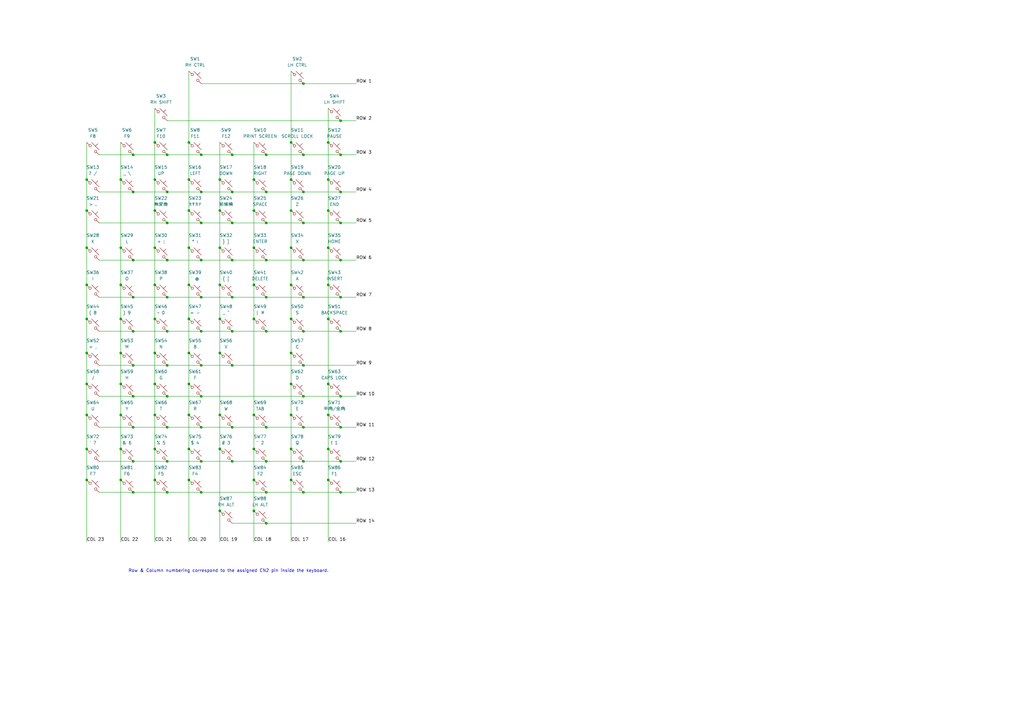
<source format=kicad_sch>
(kicad_sch (version 20250114) (generator "eeschema") (generator_version "9.0")
  (paper "A3")
  (title_block (title "Sega Saturn Keyboard (HSS-0129)") (date "3/DEC/2025") (rev "WIP") (company "Brett Hallen") (comment 1 "www.youtube.com/@Brfff") (comment 2 "github.com/BrettHallen"))
  (lib_symbols
    (symbol "Switch:SW_Push_45deg" (pin_numbers (hide yes)) (pin_names (offset 1.016) (hide yes))
      (property "Reference" "SW" (at 3.048 1.016 0))
      (property "Value" "SW_Push_45deg" (at 0 -3.81 0))
      (symbol "SW_Push_45deg_0_1"
        (polyline (pts (xy -2.54 2.54) (xy -1.524 1.524) (xy -1.524 1.524)))
        (circle (center -1.1684 1.1684) (radius 0.508))
        (polyline (pts (xy -0.508 2.54) (xy 2.54 -0.508)))
        (polyline (pts (xy 1.016 1.016) (xy 2.032 2.032)))
        (circle (center 1.143 -1.1938) (radius 0.508))
        (polyline (pts (xy 1.524 -1.524) (xy 2.54 -2.54) (xy 2.54 -2.54) (xy 2.54 -2.54)))
        (pin passive line (at -2.54 2.54 0) (length 0) (name "1") (number "1"))
        (pin passive line (at 2.54 -2.54 180) (length 0) (name "2") (number "2"))
      )
    )
  )
  (text "Row & Column numbering correspond to the assigned CN2 pin inside the keyboard." (at 93.726 234.188 0) (effects (font (size 1.27 1.27))))
  (junction (at 68.58 175.26))
  (junction (at 124.46 201.93))
  (junction (at 82.55 78.74))
  (junction (at 95.25 106.68))
  (junction (at 35.56 101.6))
  (junction (at 68.58 106.68))
  (junction (at 90.17 73.66))
  (junction (at 49.53 196.85))
  (junction (at 77.47 157.48))
  (junction (at 77.47 101.6))
  (junction (at 49.53 157.48))
  (junction (at 77.47 196.85))
  (junction (at 124.46 78.74))
  (junction (at 109.22 121.92))
  (junction (at 134.62 101.6))
  (junction (at 63.5 130.81))
  (junction (at 139.7 49.53))
  (junction (at 95.25 149.86))
  (junction (at 134.62 86.36))
  (junction (at 68.58 63.5))
  (junction (at 109.22 189.23))
  (junction (at 124.46 121.92))
  (junction (at 49.53 170.18))
  (junction (at 95.25 63.5))
  (junction (at 139.7 106.68))
  (junction (at 54.61 63.5))
  (junction (at 104.14 209.55))
  (junction (at 109.22 106.68))
  (junction (at 68.58 121.92))
  (junction (at 109.22 63.5))
  (junction (at 63.5 58.42))
  (junction (at 104.14 116.84))
  (junction (at 54.61 201.93))
  (junction (at 119.38 184.15))
  (junction (at 139.7 135.89))
  (junction (at 139.7 121.92))
  (junction (at 82.55 201.93))
  (junction (at 68.58 201.93))
  (junction (at 134.62 157.48))
  (junction (at 54.61 121.92))
  (junction (at 134.62 184.15))
  (junction (at 139.7 162.56))
  (junction (at 82.55 91.44))
  (junction (at 49.53 144.78))
  (junction (at 104.14 130.81))
  (junction (at 95.25 121.92))
  (junction (at 104.14 73.66))
  (junction (at 82.55 175.26))
  (junction (at 124.46 162.56))
  (junction (at 35.56 86.36))
  (junction (at 95.25 78.74))
  (junction (at 54.61 162.56))
  (junction (at 82.55 135.89))
  (junction (at 82.55 63.5))
  (junction (at 35.56 184.15))
  (junction (at 54.61 78.74))
  (junction (at 119.38 101.6))
  (junction (at 104.14 86.36))
  (junction (at 77.47 86.36))
  (junction (at 124.46 63.5))
  (junction (at 109.22 214.63))
  (junction (at 90.17 209.55))
  (junction (at 82.55 121.92))
  (junction (at 124.46 34.29))
  (junction (at 82.55 189.23))
  (junction (at 104.14 101.6))
  (junction (at 54.61 149.86))
  (junction (at 63.5 144.78))
  (junction (at 49.53 130.81))
  (junction (at 134.62 116.84))
  (junction (at 82.55 149.86))
  (junction (at 109.22 91.44))
  (junction (at 124.46 106.68))
  (junction (at 77.47 73.66))
  (junction (at 124.46 135.89))
  (junction (at 124.46 189.23))
  (junction (at 139.7 63.5))
  (junction (at 134.62 196.85))
  (junction (at 77.47 130.81))
  (junction (at 119.38 116.84))
  (junction (at 134.62 73.66))
  (junction (at 90.17 170.18))
  (junction (at 90.17 184.15))
  (junction (at 68.58 162.56))
  (junction (at 54.61 106.68))
  (junction (at 134.62 170.18))
  (junction (at 77.47 58.42))
  (junction (at 77.47 116.84))
  (junction (at 95.25 175.26))
  (junction (at 104.14 196.85))
  (junction (at 109.22 175.26))
  (junction (at 35.56 116.84))
  (junction (at 119.38 157.48))
  (junction (at 95.25 189.23))
  (junction (at 77.47 170.18))
  (junction (at 63.5 184.15))
  (junction (at 49.53 73.66))
  (junction (at 63.5 157.48))
  (junction (at 54.61 135.89))
  (junction (at 134.62 130.81))
  (junction (at 35.56 130.81))
  (junction (at 139.7 201.93))
  (junction (at 35.56 170.18))
  (junction (at 109.22 201.93))
  (junction (at 95.25 135.89))
  (junction (at 119.38 130.81))
  (junction (at 49.53 116.84))
  (junction (at 49.53 184.15))
  (junction (at 68.58 78.74))
  (junction (at 35.56 73.66))
  (junction (at 68.58 189.23))
  (junction (at 124.46 149.86))
  (junction (at 90.17 116.84))
  (junction (at 134.62 58.42))
  (junction (at 35.56 157.48))
  (junction (at 139.7 91.44))
  (junction (at 104.14 184.15))
  (junction (at 68.58 149.86))
  (junction (at 139.7 189.23))
  (junction (at 119.38 86.36))
  (junction (at 119.38 196.85))
  (junction (at 95.25 91.44))
  (junction (at 49.53 101.6))
  (junction (at 90.17 130.81))
  (junction (at 63.5 101.6))
  (junction (at 63.5 86.36))
  (junction (at 90.17 101.6))
  (junction (at 77.47 144.78))
  (junction (at 119.38 58.42))
  (junction (at 77.47 184.15))
  (junction (at 68.58 135.89))
  (junction (at 139.7 175.26))
  (junction (at 63.5 73.66))
  (junction (at 139.7 78.74))
  (junction (at 68.58 91.44))
  (junction (at 82.55 162.56))
  (junction (at 63.5 196.85))
  (junction (at 90.17 144.78))
  (junction (at 82.55 106.68))
  (junction (at 124.46 175.26))
  (junction (at 124.46 91.44))
  (junction (at 109.22 135.89))
  (junction (at 109.22 78.74))
  (junction (at 54.61 189.23))
  (junction (at 54.61 175.26))
  (junction (at 119.38 144.78))
  (junction (at 35.56 144.78))
  (junction (at 63.5 170.18))
  (junction (at 35.56 196.85))
  (junction (at 90.17 86.36))
  (junction (at 63.5 116.84))
  (junction (at 119.38 170.18))
  (junction (at 104.14 170.18))
  (junction (at 119.38 73.66))
  (wire (pts (xy 104.14 170.18) (xy 104.14 184.15)))
  (wire (pts (xy 68.58 189.23) (xy 82.55 189.23)))
  (wire (pts (xy 82.55 34.29) (xy 124.46 34.29)))
  (wire (pts (xy 139.7 201.93) (xy 146.05 201.93)))
  (wire (pts (xy 77.47 144.78) (xy 77.47 157.48)))
  (wire (pts (xy 90.17 86.36) (xy 90.17 101.6)))
  (wire (pts (xy 35.56 184.15) (xy 35.56 196.85)))
  (wire (pts (xy 119.38 73.66) (xy 119.38 86.36)))
  (wire (pts (xy 134.62 44.45) (xy 134.62 58.42)))
  (wire (pts (xy 124.46 201.93) (xy 139.7 201.93)))
  (wire (pts (xy 124.46 63.5) (xy 139.7 63.5)))
  (wire (pts (xy 124.46 162.56) (xy 139.7 162.56)))
  (wire (pts (xy 109.22 106.68) (xy 124.46 106.68)))
  (wire (pts (xy 54.61 189.23) (xy 68.58 189.23)))
  (wire (pts (xy 139.7 162.56) (xy 146.05 162.56)))
  (wire (pts (xy 104.14 116.84) (xy 104.14 130.81)))
  (wire (pts (xy 139.7 49.53) (xy 146.05 49.53)))
  (wire (pts (xy 49.53 170.18) (xy 49.53 184.15)))
  (wire (pts (xy 77.47 86.36) (xy 77.47 101.6)))
  (wire (pts (xy 54.61 149.86) (xy 68.58 149.86)))
  (wire (pts (xy 134.62 184.15) (xy 134.62 196.85)))
  (wire (pts (xy 77.47 157.48) (xy 77.47 170.18)))
  (wire (pts (xy 68.58 201.93) (xy 82.55 201.93)))
  (wire (pts (xy 95.25 106.68) (xy 109.22 106.68)))
  (wire (pts (xy 109.22 91.44) (xy 124.46 91.44)))
  (wire (pts (xy 90.17 73.66) (xy 90.17 86.36)))
  (wire (pts (xy 63.5 73.66) (xy 63.5 86.36)))
  (wire (pts (xy 40.64 149.86) (xy 54.61 149.86)))
  (wire (pts (xy 63.5 44.45) (xy 63.5 58.42)))
  (wire (pts (xy 63.5 58.42) (xy 63.5 73.66)))
  (wire (pts (xy 119.38 29.21) (xy 119.38 58.42)))
  (wire (pts (xy 35.56 130.81) (xy 35.56 144.78)))
  (wire (pts (xy 90.17 101.6) (xy 90.17 116.84)))
  (wire (pts (xy 82.55 135.89) (xy 95.25 135.89)))
  (wire (pts (xy 68.58 49.53) (xy 139.7 49.53)))
  (wire (pts (xy 90.17 144.78) (xy 90.17 170.18)))
  (wire (pts (xy 54.61 201.93) (xy 68.58 201.93)))
  (wire (pts (xy 109.22 175.26) (xy 124.46 175.26)))
  (wire (pts (xy 104.14 196.85) (xy 104.14 209.55)))
  (wire (pts (xy 68.58 135.89) (xy 82.55 135.89)))
  (wire (pts (xy 82.55 189.23) (xy 95.25 189.23)))
  (wire (pts (xy 35.56 101.6) (xy 35.56 116.84)))
  (wire (pts (xy 77.47 73.66) (xy 77.47 86.36)))
  (wire (pts (xy 104.14 86.36) (xy 104.14 101.6)))
  (wire (pts (xy 95.25 189.23) (xy 109.22 189.23)))
  (wire (pts (xy 104.14 58.42) (xy 104.14 73.66)))
  (wire (pts (xy 77.47 116.84) (xy 77.47 130.81)))
  (wire (pts (xy 49.53 184.15) (xy 49.53 196.85)))
  (wire (pts (xy 139.7 106.68) (xy 146.05 106.68)))
  (wire (pts (xy 49.53 196.85) (xy 49.53 222.25)))
  (wire (pts (xy 35.56 116.84) (xy 35.56 130.81)))
  (wire (pts (xy 139.7 121.92) (xy 146.05 121.92)))
  (wire (pts (xy 68.58 149.86) (xy 82.55 149.86)))
  (wire (pts (xy 109.22 63.5) (xy 124.46 63.5)))
  (wire (pts (xy 40.64 106.68) (xy 54.61 106.68)))
  (wire (pts (xy 82.55 175.26) (xy 95.25 175.26)))
  (wire (pts (xy 119.38 144.78) (xy 119.38 157.48)))
  (wire (pts (xy 63.5 116.84) (xy 63.5 130.81)))
  (wire (pts (xy 109.22 121.92) (xy 124.46 121.92)))
  (wire (pts (xy 95.25 135.89) (xy 109.22 135.89)))
  (wire (pts (xy 134.62 58.42) (xy 134.62 73.66)))
  (wire (pts (xy 77.47 184.15) (xy 77.47 196.85)))
  (wire (pts (xy 139.7 189.23) (xy 146.05 189.23)))
  (wire (pts (xy 119.38 116.84) (xy 119.38 130.81)))
  (wire (pts (xy 54.61 175.26) (xy 68.58 175.26)))
  (wire (pts (xy 139.7 91.44) (xy 146.05 91.44)))
  (wire (pts (xy 119.38 86.36) (xy 119.38 101.6)))
  (wire (pts (xy 90.17 184.15) (xy 90.17 209.55)))
  (wire (pts (xy 63.5 170.18) (xy 63.5 184.15)))
  (wire (pts (xy 35.56 86.36) (xy 35.56 101.6)))
  (wire (pts (xy 134.62 130.81) (xy 134.62 157.48)))
  (wire (pts (xy 90.17 130.81) (xy 90.17 144.78)))
  (wire (pts (xy 134.62 170.18) (xy 134.62 184.15)))
  (wire (pts (xy 63.5 157.48) (xy 63.5 170.18)))
  (wire (pts (xy 40.64 121.92) (xy 54.61 121.92)))
  (wire (pts (xy 54.61 63.5) (xy 68.58 63.5)))
  (wire (pts (xy 49.53 58.42) (xy 49.53 73.66)))
  (wire (pts (xy 95.25 175.26) (xy 109.22 175.26)))
  (wire (pts (xy 134.62 196.85) (xy 134.62 222.25)))
  (wire (pts (xy 68.58 91.44) (xy 82.55 91.44)))
  (wire (pts (xy 139.7 175.26) (xy 146.05 175.26)))
  (wire (pts (xy 63.5 86.36) (xy 63.5 101.6)))
  (wire (pts (xy 124.46 135.89) (xy 139.7 135.89)))
  (wire (pts (xy 119.38 196.85) (xy 119.38 222.25)))
  (wire (pts (xy 109.22 189.23) (xy 124.46 189.23)))
  (wire (pts (xy 124.46 106.68) (xy 139.7 106.68)))
  (wire (pts (xy 119.38 58.42) (xy 119.38 73.66)))
  (wire (pts (xy 104.14 209.55) (xy 104.14 222.25)))
  (wire (pts (xy 63.5 130.81) (xy 63.5 144.78)))
  (wire (pts (xy 119.38 130.81) (xy 119.38 144.78)))
  (wire (pts (xy 40.64 91.44) (xy 68.58 91.44)))
  (wire (pts (xy 124.46 34.29) (xy 146.05 34.29)))
  (wire (pts (xy 35.56 58.42) (xy 35.56 73.66)))
  (wire (pts (xy 109.22 135.89) (xy 124.46 135.89)))
  (wire (pts (xy 139.7 78.74) (xy 146.05 78.74)))
  (wire (pts (xy 68.58 175.26) (xy 82.55 175.26)))
  (wire (pts (xy 134.62 101.6) (xy 134.62 116.84)))
  (wire (pts (xy 40.64 63.5) (xy 54.61 63.5)))
  (wire (pts (xy 95.25 78.74) (xy 109.22 78.74)))
  (wire (pts (xy 63.5 184.15) (xy 63.5 196.85)))
  (wire (pts (xy 77.47 101.6) (xy 77.47 116.84)))
  (wire (pts (xy 104.14 184.15) (xy 104.14 196.85)))
  (wire (pts (xy 35.56 144.78) (xy 35.56 157.48)))
  (wire (pts (xy 35.56 170.18) (xy 35.56 184.15)))
  (wire (pts (xy 95.25 121.92) (xy 109.22 121.92)))
  (wire (pts (xy 54.61 121.92) (xy 68.58 121.92)))
  (wire (pts (xy 124.46 121.92) (xy 139.7 121.92)))
  (wire (pts (xy 124.46 78.74) (xy 139.7 78.74)))
  (wire (pts (xy 49.53 101.6) (xy 49.53 116.84)))
  (wire (pts (xy 124.46 175.26) (xy 139.7 175.26)))
  (wire (pts (xy 82.55 78.74) (xy 95.25 78.74)))
  (wire (pts (xy 124.46 91.44) (xy 139.7 91.44)))
  (wire (pts (xy 95.25 63.5) (xy 109.22 63.5)))
  (wire (pts (xy 68.58 162.56) (xy 82.55 162.56)))
  (wire (pts (xy 40.64 189.23) (xy 54.61 189.23)))
  (wire (pts (xy 54.61 106.68) (xy 68.58 106.68)))
  (wire (pts (xy 82.55 149.86) (xy 95.25 149.86)))
  (wire (pts (xy 82.55 162.56) (xy 124.46 162.56)))
  (wire (pts (xy 119.38 170.18) (xy 119.38 184.15)))
  (wire (pts (xy 68.58 63.5) (xy 82.55 63.5)))
  (wire (pts (xy 104.14 73.66) (xy 104.14 86.36)))
  (wire (pts (xy 49.53 116.84) (xy 49.53 130.81)))
  (wire (pts (xy 124.46 189.23) (xy 139.7 189.23)))
  (wire (pts (xy 82.55 91.44) (xy 95.25 91.44)))
  (wire (pts (xy 77.47 170.18) (xy 77.47 184.15)))
  (wire (pts (xy 35.56 73.66) (xy 35.56 86.36)))
  (wire (pts (xy 77.47 130.81) (xy 77.47 144.78)))
  (wire (pts (xy 139.7 63.5) (xy 146.05 63.5)))
  (wire (pts (xy 90.17 209.55) (xy 90.17 222.25)))
  (wire (pts (xy 139.7 135.89) (xy 146.05 135.89)))
  (wire (pts (xy 35.56 196.85) (xy 35.56 222.25)))
  (wire (pts (xy 134.62 157.48) (xy 134.62 170.18)))
  (wire (pts (xy 77.47 58.42) (xy 77.47 73.66)))
  (wire (pts (xy 82.55 63.5) (xy 95.25 63.5)))
  (wire (pts (xy 68.58 78.74) (xy 82.55 78.74)))
  (wire (pts (xy 95.25 214.63) (xy 109.22 214.63)))
  (wire (pts (xy 63.5 144.78) (xy 63.5 157.48)))
  (wire (pts (xy 90.17 116.84) (xy 90.17 130.81)))
  (wire (pts (xy 119.38 184.15) (xy 119.38 196.85)))
  (wire (pts (xy 49.53 144.78) (xy 49.53 157.48)))
  (wire (pts (xy 104.14 101.6) (xy 104.14 116.84)))
  (wire (pts (xy 77.47 29.21) (xy 77.47 58.42)))
  (wire (pts (xy 119.38 157.48) (xy 119.38 170.18)))
  (wire (pts (xy 109.22 214.63) (xy 146.05 214.63)))
  (wire (pts (xy 119.38 101.6) (xy 119.38 116.84)))
  (wire (pts (xy 40.64 78.74) (xy 54.61 78.74)))
  (wire (pts (xy 90.17 170.18) (xy 90.17 184.15)))
  (wire (pts (xy 63.5 101.6) (xy 63.5 116.84)))
  (wire (pts (xy 49.53 73.66) (xy 49.53 101.6)))
  (wire (pts (xy 77.47 196.85) (xy 77.47 222.25)))
  (wire (pts (xy 40.64 175.26) (xy 54.61 175.26)))
  (wire (pts (xy 35.56 157.48) (xy 35.56 170.18)))
  (wire (pts (xy 54.61 78.74) (xy 68.58 78.74)))
  (wire (pts (xy 40.64 201.93) (xy 54.61 201.93)))
  (wire (pts (xy 82.55 201.93) (xy 109.22 201.93)))
  (wire (pts (xy 104.14 130.81) (xy 104.14 170.18)))
  (wire (pts (xy 82.55 106.68) (xy 95.25 106.68)))
  (wire (pts (xy 109.22 78.74) (xy 124.46 78.74)))
  (wire (pts (xy 95.25 149.86) (xy 124.46 149.86)))
  (wire (pts (xy 40.64 135.89) (xy 54.61 135.89)))
  (wire (pts (xy 68.58 121.92) (xy 82.55 121.92)))
  (wire (pts (xy 54.61 162.56) (xy 68.58 162.56)))
  (wire (pts (xy 82.55 121.92) (xy 95.25 121.92)))
  (wire (pts (xy 49.53 130.81) (xy 49.53 144.78)))
  (wire (pts (xy 68.58 106.68) (xy 82.55 106.68)))
  (wire (pts (xy 95.25 91.44) (xy 109.22 91.44)))
  (wire (pts (xy 134.62 101.6) (xy 134.62 86.36)))
  (wire (pts (xy 40.64 162.56) (xy 54.61 162.56)))
  (wire (pts (xy 63.5 196.85) (xy 63.5 222.25)))
  (wire (pts (xy 49.53 157.48) (xy 49.53 170.18)))
  (wire (pts (xy 134.62 86.36) (xy 134.62 73.66)))
  (wire (pts (xy 134.62 116.84) (xy 134.62 130.81)))
  (wire (pts (xy 54.61 135.89) (xy 68.58 135.89)))
  (wire (pts (xy 90.17 58.42) (xy 90.17 73.66)))
  (wire (pts (xy 109.22 201.93) (xy 124.46 201.93)))
  (wire (pts (xy 124.46 149.86) (xy 146.05 149.86)))
  (label "ROW 10" (at 146.05 162.56 0))
  (label "ROW 2" (at 146.05 49.53 0))
  (label "COL 17" (at 119.38 222.25 0))
  (label "ROW 12" (at 146.05 189.23 0))
  (label "ROW 11" (at 146.05 175.26 0))
  (label "ROW 3" (at 146.05 63.5 0))
  (label "COL 18" (at 104.14 222.25 0))
  (label "ROW 14" (at 146.05 214.63 0))
  (label "COL 16" (at 134.62 222.25 0))
  (label "ROW 13" (at 146.05 201.93 0))
  (label "COL 22" (at 49.53 222.25 0))
  (label "ROW 4" (at 146.05 78.74 0))
  (label "COL 23" (at 35.56 222.25 0))
  (label "ROW 8" (at 146.05 135.89 0))
  (label "ROW 6" (at 146.05 106.68 0))
  (label "ROW 7" (at 146.05 121.92 0))
  (label "ROW 1" (at 146.05 34.29 0))
  (label "COL 20" (at 77.47 222.25 0))
  (label "ROW 5" (at 146.05 91.44 0))
  (label "COL 21" (at 63.5 222.25 0))
  (label "ROW 9" (at 146.05 149.86 0))
  (label "COL 19" (at 90.17 222.25 0))
  (symbol (lib_id "Switch:SW_Push_45deg") (at 80.01 60.96 0) (unit 1)
    (property "Reference" "SW8" (at 80.01 53.34 0))
    (property "Value" "F11" (at 80.01 55.88 0))
    (property "Footprint" "PCM_Switch_Keyboard_Cherry_MX:SW_Cherry_MX_PCB_1.00u" (effects (hide yes)))
    (property "Description" "Push button switch, normally open, two pins, 45° tilted" (effects (hide yes)))
  )
  (symbol (lib_id "Switch:SW_Push_45deg") (at 66.04 172.72 0) (unit 1)
    (property "Reference" "SW66" (at 66.04 165.1 0))
    (property "Value" "T" (at 66.04 167.64 0))
    (property "Footprint" "PCM_Switch_Keyboard_Cherry_MX:SW_Cherry_MX_PCB_1.00u" (effects (hide yes)))
    (property "Description" "Push button switch, normally open, two pins, 45° tilted" (effects (hide yes)))
  )
  (symbol (lib_id "Switch:SW_Push_45deg") (at 137.16 186.69 0) (unit 1)
    (property "Reference" "SW79" (at 137.16 179.07 0))
    (property "Value" "! 1" (at 137.16 181.61 0))
    (property "Footprint" "PCM_Switch_Keyboard_Cherry_MX:SW_Cherry_MX_PCB_1.00u" (effects (hide yes)))
    (property "Description" "Push button switch, normally open, two pins, 45° tilted" (effects (hide yes)))
  )
  (symbol (lib_id "Switch:SW_Push_45deg") (at 66.04 133.35 0) (unit 1)
    (property "Reference" "SW46" (at 66.04 125.73 0))
    (property "Value" "~ 0" (at 66.04 128.27 0))
    (property "Footprint" "PCM_Switch_Keyboard_Cherry_MX:SW_Cherry_MX_PCB_1.00u" (effects (hide yes)))
    (property "Description" "Push button switch, normally open, two pins, 45° tilted" (effects (hide yes)))
  )
  (symbol (lib_id "Switch:SW_Push_45deg") (at 52.07 160.02 0) (unit 1)
    (property "Reference" "SW59" (at 52.07 152.4 0))
    (property "Value" "H" (at 52.07 154.94 0))
    (property "Footprint" "PCM_Switch_Keyboard_Cherry_MX:SW_Cherry_MX_PCB_1.00u" (effects (hide yes)))
    (property "Description" "Push button switch, normally open, two pins, 45° tilted" (effects (hide yes)))
  )
  (symbol (lib_id "Switch:SW_Push_45deg") (at 92.71 60.96 0) (unit 1)
    (property "Reference" "SW9" (at 92.71 53.34 0))
    (property "Value" "F12" (at 92.71 55.88 0))
    (property "Footprint" "PCM_Switch_Keyboard_Cherry_MX:SW_Cherry_MX_PCB_1.00u" (effects (hide yes)))
    (property "Description" "Push button switch, normally open, two pins, 45° tilted" (effects (hide yes)))
  )
  (symbol (lib_id "Switch:SW_Push_45deg") (at 92.71 88.9 0) (unit 1)
    (property "Reference" "SW24" (at 92.71 81.28 0))
    (property "Value" "前候補" (at 92.71 83.82 0))
    (property "Footprint" "PCM_Switch_Keyboard_Cherry_MX:SW_Cherry_MX_PCB_1.50u" (effects (hide yes)))
    (property "Description" "Push button switch, normally open, two pins, 45° tilted" (effects (hide yes)))
  )
  (symbol (lib_id "Switch:SW_Push_45deg") (at 137.16 119.38 0) (unit 1)
    (property "Reference" "SW43" (at 137.16 111.76 0))
    (property "Value" "INSERT" (at 137.16 114.3 0))
    (property "Footprint" "PCM_Switch_Keyboard_Cherry_MX:SW_Cherry_MX_PCB_1.00u" (effects (hide yes)))
    (property "Description" "Push button switch, normally open, two pins, 45° tilted" (effects (hide yes)))
  )
  (symbol (lib_id "Switch:SW_Push_45deg") (at 92.71 212.09 0) (unit 1)
    (property "Reference" "SW87" (at 92.71 204.47 0))
    (property "Value" "RH ALT" (at 92.71 207.01 0))
    (property "Footprint" "PCM_Switch_Keyboard_Cherry_MX:SW_Cherry_MX_PCB_1.50u" (effects (hide yes)))
    (property "Description" "Push button switch, normally open, two pins, 45° tilted" (effects (hide yes)))
  )
  (symbol (lib_id "Switch:SW_Push_45deg") (at 38.1 60.96 0) (unit 1)
    (property "Reference" "SW5" (at 38.1 53.34 0))
    (property "Value" "F8" (at 38.1 55.88 0))
    (property "Footprint" "PCM_Switch_Keyboard_Cherry_MX:SW_Cherry_MX_PCB_1.00u" (effects (hide yes)))
    (property "Description" "Push button switch, normally open, two pins, 45° tilted" (effects (hide yes)))
  )
  (symbol (lib_id "Switch:SW_Push_45deg") (at 92.71 172.72 0) (unit 1)
    (property "Reference" "SW68" (at 92.71 165.1 0))
    (property "Value" "W" (at 92.71 167.64 0))
    (property "Footprint" "PCM_Switch_Keyboard_Cherry_MX:SW_Cherry_MX_PCB_1.00u" (effects (hide yes)))
    (property "Description" "Push button switch, normally open, two pins, 45° tilted" (effects (hide yes)))
  )
  (symbol (lib_id "Switch:SW_Push_45deg") (at 38.1 88.9 0) (unit 1)
    (property "Reference" "SW21" (at 38.1 81.28 0))
    (property "Value" "> ." (at 38.1 83.82 0))
    (property "Footprint" "PCM_Switch_Keyboard_Cherry_MX:SW_Cherry_MX_PCB_1.00u" (effects (hide yes)))
    (property "Description" "Push button switch, normally open, two pins, 45° tilted" (effects (hide yes)))
  )
  (symbol (lib_id "Switch:SW_Push_45deg") (at 106.68 76.2 0) (unit 1)
    (property "Reference" "SW18" (at 106.68 68.58 0))
    (property "Value" "RIGHT" (at 106.68 71.12 0))
    (property "Footprint" "PCM_Switch_Keyboard_Cherry_MX:SW_Cherry_MX_PCB_1.00u" (effects (hide yes)))
    (property "Description" "Push button switch, normally open, two pins, 45° tilted" (effects (hide yes)))
  )
  (symbol (lib_id "Switch:SW_Push_45deg") (at 121.92 31.75 0) (unit 1)
    (property "Reference" "SW2" (at 121.92 24.13 0))
    (property "Value" "LH CTRL" (at 121.92 26.67 0))
    (property "Footprint" "PCM_Switch_Keyboard_Cherry_MX:SW_Cherry_MX_PCB_1.50u" (effects (hide yes)))
    (property "Description" "Push button switch, normally open, two pins, 45° tilted" (effects (hide yes)))
  )
  (symbol (lib_id "Switch:SW_Push_45deg") (at 80.01 172.72 0) (unit 1)
    (property "Reference" "SW67" (at 80.01 165.1 0))
    (property "Value" "R" (at 80.01 167.64 0))
    (property "Footprint" "PCM_Switch_Keyboard_Cherry_MX:SW_Cherry_MX_PCB_1.00u" (effects (hide yes)))
    (property "Description" "Push button switch, normally open, two pins, 45° tilted" (effects (hide yes)))
  )
  (symbol (lib_id "Switch:SW_Push_45deg") (at 66.04 186.69 0) (unit 1)
    (property "Reference" "SW74" (at 66.04 179.07 0))
    (property "Value" "% 5" (at 66.04 181.61 0))
    (property "Footprint" "PCM_Switch_Keyboard_Cherry_MX:SW_Cherry_MX_PCB_1.00u" (effects (hide yes)))
    (property "Description" "Push button switch, normally open, two pins, 45° tilted" (effects (hide yes)))
  )
  (symbol (lib_id "Switch:SW_Push_45deg") (at 52.07 199.39 0) (unit 1)
    (property "Reference" "SW81" (at 52.07 191.77 0))
    (property "Value" "F6" (at 52.07 194.31 0))
    (property "Footprint" "PCM_Switch_Keyboard_Cherry_MX:SW_Cherry_MX_PCB_1.00u" (effects (hide yes)))
    (property "Description" "Push button switch, normally open, two pins, 45° tilted" (effects (hide yes)))
  )
  (symbol (lib_id "Switch:SW_Push_45deg") (at 121.92 104.14 0) (unit 1)
    (property "Reference" "SW34" (at 121.92 96.52 0))
    (property "Value" "X" (at 121.92 99.06 0))
    (property "Footprint" "PCM_Switch_Keyboard_Cherry_MX:SW_Cherry_MX_PCB_1.00u" (effects (hide yes)))
    (property "Description" "Push button switch, normally open, two pins, 45° tilted" (effects (hide yes)))
  )
  (symbol (lib_id "Switch:SW_Push_45deg") (at 52.07 147.32 0) (unit 1)
    (property "Reference" "SW53" (at 52.07 139.7 0))
    (property "Value" "M" (at 52.07 142.24 0))
    (property "Footprint" "PCM_Switch_Keyboard_Cherry_MX:SW_Cherry_MX_PCB_1.00u" (effects (hide yes)))
    (property "Description" "Push button switch, normally open, two pins, 45° tilted" (effects (hide yes)))
  )
  (symbol (lib_id "Switch:SW_Push_45deg") (at 121.92 147.32 0) (unit 1)
    (property "Reference" "SW57" (at 121.92 139.7 0))
    (property "Value" "C" (at 121.92 142.24 0))
    (property "Footprint" "PCM_Switch_Keyboard_Cherry_MX:SW_Cherry_MX_PCB_1.00u" (effects (hide yes)))
    (property "Description" "Push button switch, normally open, two pins, 45° tilted" (effects (hide yes)))
  )
  (symbol (lib_id "Switch:SW_Push_45deg") (at 92.71 104.14 0) (unit 1)
    (property "Reference" "SW32" (at 92.71 96.52 0))
    (property "Value" "} ]" (at 92.71 99.06 0))
    (property "Footprint" "PCM_Switch_Keyboard_Cherry_MX:SW_Cherry_MX_PCB_1.00u" (effects (hide yes)))
    (property "Description" "Push button switch, normally open, two pins, 45° tilted" (effects (hide yes)))
  )
  (symbol (lib_id "Switch:SW_Push_45deg") (at 137.16 199.39 0) (unit 1)
    (property "Reference" "SW86" (at 137.16 191.77 0))
    (property "Value" "F1" (at 137.16 194.31 0))
    (property "Footprint" "PCM_Switch_Keyboard_Cherry_MX:SW_Cherry_MX_PCB_1.00u" (effects (hide yes)))
    (property "Description" "Push button switch, normally open, two pins, 45° tilted" (effects (hide yes)))
  )
  (symbol (lib_id "Switch:SW_Push_45deg") (at 52.07 119.38 0) (unit 1)
    (property "Reference" "SW37" (at 52.07 111.76 0))
    (property "Value" "O" (at 52.07 114.3 0))
    (property "Footprint" "PCM_Switch_Keyboard_Cherry_MX:SW_Cherry_MX_PCB_1.00u" (effects (hide yes)))
    (property "Description" "Push button switch, normally open, two pins, 45° tilted" (effects (hide yes)))
  )
  (symbol (lib_id "Switch:SW_Push_45deg") (at 80.01 88.9 0) (unit 1)
    (property "Reference" "SW23" (at 80.01 81.28 0))
    (property "Value" "カタカナ" (at 80.01 83.82 0))
    (property "Footprint" "PCM_Switch_Keyboard_Cherry_MX:SW_Cherry_MX_PCB_1.50u" (effects (hide yes)))
    (property "Description" "Push button switch, normally open, two pins, 45° tilted" (effects (hide yes)))
  )
  (symbol (lib_id "Switch:SW_Push_45deg") (at 52.07 76.2 0) (unit 1)
    (property "Reference" "SW14" (at 52.07 68.58 0))
    (property "Value" "_ \\" (at 52.07 71.12 0))
    (property "Footprint" "PCM_Switch_Keyboard_Cherry_MX:SW_Cherry_MX_PCB_1.00u" (effects (hide yes)))
    (property "Description" "Push button switch, normally open, two pins, 45° tilted" (effects (hide yes)))
  )
  (symbol (lib_id "Switch:SW_Push_45deg") (at 121.92 119.38 0) (unit 1)
    (property "Reference" "SW42" (at 121.92 111.76 0))
    (property "Value" "A" (at 121.92 114.3 0))
    (property "Footprint" "PCM_Switch_Keyboard_Cherry_MX:SW_Cherry_MX_PCB_1.00u" (effects (hide yes)))
    (property "Description" "Push button switch, normally open, two pins, 45° tilted" (effects (hide yes)))
  )
  (symbol (lib_id "Switch:SW_Push_45deg") (at 106.68 104.14 0) (unit 1)
    (property "Reference" "SW33" (at 106.68 96.52 0))
    (property "Value" "ENTER" (at 106.68 99.06 0))
    (property "Footprint" "PCM_Switch_Keyboard_Cherry_MX:SW_Cherry_MX_PCB_ISOEnter" (effects (hide yes)))
    (property "Description" "Push button switch, normally open, two pins, 45° tilted" (effects (hide yes)))
  )
  (symbol (lib_id "Switch:SW_Push_45deg") (at 66.04 88.9 0) (unit 1)
    (property "Reference" "SW22" (at 66.04 81.28 0))
    (property "Value" "無変換" (at 66.04 83.82 0))
    (property "Footprint" "PCM_Switch_Keyboard_Cherry_MX:SW_Cherry_MX_PCB_1.50u" (effects (hide yes)))
    (property "Description" "Push button switch, normally open, two pins, 45° tilted" (effects (hide yes)))
  )
  (symbol (lib_id "Switch:SW_Push_45deg") (at 38.1 104.14 0) (unit 1)
    (property "Reference" "SW28" (at 38.1 96.52 0))
    (property "Value" "K" (at 38.1 99.06 0))
    (property "Footprint" "PCM_Switch_Keyboard_Cherry_MX:SW_Cherry_MX_PCB_1.00u" (effects (hide yes)))
    (property "Description" "Push button switch, normally open, two pins, 45° tilted" (effects (hide yes)))
  )
  (symbol (lib_id "Switch:SW_Push_45deg") (at 80.01 147.32 0) (unit 1)
    (property "Reference" "SW55" (at 80.01 139.7 0))
    (property "Value" "B" (at 80.01 142.24 0))
    (property "Footprint" "PCM_Switch_Keyboard_Cherry_MX:SW_Cherry_MX_PCB_1.00u" (effects (hide yes)))
    (property "Description" "Push button switch, normally open, two pins, 45° tilted" (effects (hide yes)))
  )
  (symbol (lib_id "Switch:SW_Push_45deg") (at 106.68 133.35 0) (unit 1)
    (property "Reference" "SW49" (at 106.68 125.73 0))
    (property "Value" "| ¥" (at 106.68 128.27 0))
    (property "Footprint" "PCM_Switch_Keyboard_Cherry_MX:SW_Cherry_MX_PCB_1.00u" (effects (hide yes)))
    (property "Description" "Push button switch, normally open, two pins, 45° tilted" (effects (hide yes)))
  )
  (symbol (lib_id "Switch:SW_Push_45deg") (at 52.07 104.14 0) (unit 1)
    (property "Reference" "SW29" (at 52.07 96.52 0))
    (property "Value" "L" (at 52.07 99.06 0))
    (property "Footprint" "PCM_Switch_Keyboard_Cherry_MX:SW_Cherry_MX_PCB_1.00u" (effects (hide yes)))
    (property "Description" "Push button switch, normally open, two pins, 45° tilted" (effects (hide yes)))
  )
  (symbol (lib_id "Switch:SW_Push_45deg") (at 80.01 104.14 0) (unit 1)
    (property "Reference" "SW31" (at 80.01 96.52 0))
    (property "Value" "* :" (at 80.01 99.06 0))
    (property "Footprint" "PCM_Switch_Keyboard_Cherry_MX:SW_Cherry_MX_PCB_1.00u" (effects (hide yes)))
    (property "Description" "Push button switch, normally open, two pins, 45° tilted" (effects (hide yes)))
  )
  (symbol (lib_id "Switch:SW_Push_45deg") (at 52.07 172.72 0) (unit 1)
    (property "Reference" "SW65" (at 52.07 165.1 0))
    (property "Value" "Y" (at 52.07 167.64 0))
    (property "Footprint" "PCM_Switch_Keyboard_Cherry_MX:SW_Cherry_MX_PCB_1.00u" (effects (hide yes)))
    (property "Description" "Push button switch, normally open, two pins, 45° tilted" (effects (hide yes)))
  )
  (symbol (lib_id "Switch:SW_Push_45deg") (at 66.04 147.32 0) (unit 1)
    (property "Reference" "SW54" (at 66.04 139.7 0))
    (property "Value" "N" (at 66.04 142.24 0))
    (property "Footprint" "PCM_Switch_Keyboard_Cherry_MX:SW_Cherry_MX_PCB_1.00u" (effects (hide yes)))
    (property "Description" "Push button switch, normally open, two pins, 45° tilted" (effects (hide yes)))
  )
  (symbol (lib_id "Switch:SW_Push_45deg") (at 38.1 133.35 0) (unit 1)
    (property "Reference" "SW44" (at 38.1 125.73 0))
    (property "Value" "( 8" (at 38.1 128.27 0))
    (property "Footprint" "PCM_Switch_Keyboard_Cherry_MX:SW_Cherry_MX_PCB_1.00u" (effects (hide yes)))
    (property "Description" "Push button switch, normally open, two pins, 45° tilted" (effects (hide yes)))
  )
  (symbol (lib_id "Switch:SW_Push_45deg") (at 121.92 76.2 0) (unit 1)
    (property "Reference" "SW19" (at 121.92 68.58 0))
    (property "Value" "PAGE DOWN" (at 121.92 71.12 0))
    (property "Footprint" "PCM_Switch_Keyboard_Cherry_MX:SW_Cherry_MX_PCB_1.00u" (effects (hide yes)))
    (property "Description" "Push button switch, normally open, two pins, 45° tilted" (effects (hide yes)))
  )
  (symbol (lib_id "Switch:SW_Push_45deg") (at 92.71 133.35 0) (unit 1)
    (property "Reference" "SW48" (at 92.71 125.73 0))
    (property "Value" "_ ^" (at 92.71 128.27 0))
    (property "Footprint" "PCM_Switch_Keyboard_Cherry_MX:SW_Cherry_MX_PCB_1.00u" (effects (hide yes)))
    (property "Description" "Push button switch, normally open, two pins, 45° tilted" (effects (hide yes)))
  )
  (symbol (lib_id "Switch:SW_Push_45deg") (at 92.71 119.38 0) (unit 1)
    (property "Reference" "SW40" (at 92.71 111.76 0))
    (property "Value" "{ [" (at 92.71 114.3 0))
    (property "Footprint" "PCM_Switch_Keyboard_Cherry_MX:SW_Cherry_MX_PCB_1.00u" (effects (hide yes)))
    (property "Description" "Push button switch, normally open, two pins, 45° tilted" (effects (hide yes)))
  )
  (symbol (lib_id "Switch:SW_Push_45deg") (at 38.1 160.02 0) (unit 1)
    (property "Reference" "SW58" (at 38.1 152.4 0))
    (property "Value" "J" (at 38.1 154.94 0))
    (property "Footprint" "PCM_Switch_Keyboard_Cherry_MX:SW_Cherry_MX_PCB_1.00u" (effects (hide yes)))
    (property "Description" "Push button switch, normally open, two pins, 45° tilted" (effects (hide yes)))
  )
  (symbol (lib_id "Switch:SW_Push_45deg") (at 92.71 186.69 0) (unit 1)
    (property "Reference" "SW76" (at 92.71 179.07 0))
    (property "Value" "# 3" (at 92.71 181.61 0))
    (property "Footprint" "PCM_Switch_Keyboard_Cherry_MX:SW_Cherry_MX_PCB_1.00u" (effects (hide yes)))
    (property "Description" "Push button switch, normally open, two pins, 45° tilted" (effects (hide yes)))
  )
  (symbol (lib_id "Switch:SW_Push_45deg") (at 66.04 76.2 0) (unit 1)
    (property "Reference" "SW15" (at 66.04 68.58 0))
    (property "Value" "UP" (at 66.04 71.12 0))
    (property "Footprint" "PCM_Switch_Keyboard_Cherry_MX:SW_Cherry_MX_PCB_1.00u" (effects (hide yes)))
    (property "Description" "Push button switch, normally open, two pins, 45° tilted" (effects (hide yes)))
  )
  (symbol (lib_id "Switch:SW_Push_45deg") (at 137.16 60.96 0) (unit 1)
    (property "Reference" "SW12" (at 137.16 53.34 0))
    (property "Value" "PAUSE" (at 137.16 55.88 0))
    (property "Footprint" "PCM_Switch_Keyboard_Cherry_MX:SW_Cherry_MX_PCB_1.00u" (effects (hide yes)))
    (property "Description" "Push button switch, normally open, two pins, 45° tilted" (effects (hide yes)))
  )
  (symbol (lib_id "Switch:SW_Push_45deg") (at 38.1 172.72 0) (unit 1)
    (property "Reference" "SW64" (at 38.1 165.1 0))
    (property "Value" "U" (at 38.1 167.64 0))
    (property "Footprint" "PCM_Switch_Keyboard_Cherry_MX:SW_Cherry_MX_PCB_1.00u" (effects (hide yes)))
    (property "Description" "Push button switch, normally open, two pins, 45° tilted" (effects (hide yes)))
  )
  (symbol (lib_id "Switch:SW_Push_45deg") (at 137.16 76.2 0) (unit 1)
    (property "Reference" "SW20" (at 137.16 68.58 0))
    (property "Value" "PAGE UP" (at 137.16 71.12 0))
    (property "Footprint" "PCM_Switch_Keyboard_Cherry_MX:SW_Cherry_MX_PCB_1.00u" (effects (hide yes)))
    (property "Description" "Push button switch, normally open, two pins, 45° tilted" (effects (hide yes)))
  )
  (symbol (lib_id "Switch:SW_Push_45deg") (at 137.16 88.9 0) (unit 1)
    (property "Reference" "SW27" (at 137.16 81.28 0))
    (property "Value" "END" (at 137.16 83.82 0))
    (property "Footprint" "PCM_Switch_Keyboard_Cherry_MX:SW_Cherry_MX_PCB_1.00u" (effects (hide yes)))
    (property "Description" "Push button switch, normally open, two pins, 45° tilted" (effects (hide yes)))
  )
  (symbol (lib_id "Switch:SW_Push_45deg") (at 137.16 104.14 0) (unit 1)
    (property "Reference" "SW35" (at 137.16 96.52 0))
    (property "Value" "HOME" (at 137.16 99.06 0))
    (property "Footprint" "PCM_Switch_Keyboard_Cherry_MX:SW_Cherry_MX_PCB_1.00u" (effects (hide yes)))
    (property "Description" "Push button switch, normally open, two pins, 45° tilted" (effects (hide yes)))
  )
  (symbol (lib_id "Switch:SW_Push_45deg") (at 52.07 60.96 0) (unit 1)
    (property "Reference" "SW6" (at 52.07 53.34 0))
    (property "Value" "F9" (at 52.07 55.88 0))
    (property "Footprint" "PCM_Switch_Keyboard_Cherry_MX:SW_Cherry_MX_PCB_1.00u" (effects (hide yes)))
    (property "Description" "Push button switch, normally open, two pins, 45° tilted" (effects (hide yes)))
  )
  (symbol (lib_id "Switch:SW_Push_45deg") (at 52.07 186.69 0) (unit 1)
    (property "Reference" "SW73" (at 52.07 179.07 0))
    (property "Value" "& 6" (at 52.07 181.61 0))
    (property "Footprint" "PCM_Switch_Keyboard_Cherry_MX:SW_Cherry_MX_PCB_1.00u" (effects (hide yes)))
    (property "Description" "Push button switch, normally open, two pins, 45° tilted" (effects (hide yes)))
  )
  (symbol (lib_id "Switch:SW_Push_45deg") (at 121.92 60.96 0) (unit 1)
    (property "Reference" "SW11" (at 121.92 53.34 0))
    (property "Value" "SCROLL LOCK" (at 121.92 55.88 0))
    (property "Footprint" "PCM_Switch_Keyboard_Cherry_MX:SW_Cherry_MX_PCB_1.00u" (effects (hide yes)))
    (property "Description" "Push button switch, normally open, two pins, 45° tilted" (effects (hide yes)))
  )
  (symbol (lib_id "Switch:SW_Push_45deg") (at 52.07 133.35 0) (unit 1)
    (property "Reference" "SW45" (at 52.07 125.73 0))
    (property "Value" ") 9" (at 52.07 128.27 0))
    (property "Footprint" "PCM_Switch_Keyboard_Cherry_MX:SW_Cherry_MX_PCB_1.00u" (effects (hide yes)))
    (property "Description" "Push button switch, normally open, two pins, 45° tilted" (effects (hide yes)))
  )
  (symbol (lib_id "Switch:SW_Push_45deg") (at 66.04 199.39 0) (unit 1)
    (property "Reference" "SW82" (at 66.04 191.77 0))
    (property "Value" "F5" (at 66.04 194.31 0))
    (property "Footprint" "PCM_Switch_Keyboard_Cherry_MX:SW_Cherry_MX_PCB_1.00u" (effects (hide yes)))
    (property "Description" "Push button switch, normally open, two pins, 45° tilted" (effects (hide yes)))
  )
  (symbol (lib_id "Switch:SW_Push_45deg") (at 121.92 199.39 0) (unit 1)
    (property "Reference" "SW85" (at 121.92 191.77 0))
    (property "Value" "ESC" (at 121.92 194.31 0))
    (property "Footprint" "PCM_Switch_Keyboard_Cherry_MX:SW_Cherry_MX_PCB_1.00u" (effects (hide yes)))
    (property "Description" "Push button switch, normally open, two pins, 45° tilted" (effects (hide yes)))
  )
  (symbol (lib_id "Switch:SW_Push_45deg") (at 106.68 60.96 0) (unit 1)
    (property "Reference" "SW10" (at 106.68 53.34 0))
    (property "Value" "PRINT SCREEN" (at 106.68 55.88 0))
    (property "Footprint" "PCM_Switch_Keyboard_Cherry_MX:SW_Cherry_MX_PCB_1.00u" (effects (hide yes)))
    (property "Description" "Push button switch, normally open, two pins, 45° tilted" (effects (hide yes)))
  )
  (symbol (lib_id "Switch:SW_Push_45deg") (at 80.01 119.38 0) (unit 1)
    (property "Reference" "SW39" (at 80.01 111.76 0))
    (property "Value" "' @" (at 80.01 114.3 0))
    (property "Footprint" "PCM_Switch_Keyboard_Cherry_MX:SW_Cherry_MX_PCB_1.00u" (effects (hide yes)))
    (property "Description" "Push button switch, normally open, two pins, 45° tilted" (effects (hide yes)))
  )
  (symbol (lib_id "Switch:SW_Push_45deg") (at 80.01 133.35 0) (unit 1)
    (property "Reference" "SW47" (at 80.01 125.73 0))
    (property "Value" "= -" (at 80.01 128.27 0))
    (property "Footprint" "PCM_Switch_Keyboard_Cherry_MX:SW_Cherry_MX_PCB_1.00u" (effects (hide yes)))
    (property "Description" "Push button switch, normally open, two pins, 45° tilted" (effects (hide yes)))
  )
  (symbol (lib_id "Switch:SW_Push_45deg") (at 80.01 186.69 0) (unit 1)
    (property "Reference" "SW75" (at 80.01 179.07 0))
    (property "Value" "$ 4" (at 80.01 181.61 0))
    (property "Footprint" "PCM_Switch_Keyboard_Cherry_MX:SW_Cherry_MX_PCB_1.00u" (effects (hide yes)))
    (property "Description" "Push button switch, normally open, two pins, 45° tilted" (effects (hide yes)))
  )
  (symbol (lib_id "Switch:SW_Push_45deg") (at 106.68 88.9 0) (unit 1)
    (property "Reference" "SW25" (at 106.68 81.28 0))
    (property "Value" "SPACE" (at 106.68 83.82 0))
    (property "Footprint" "PCM_Switch_Keyboard_Cherry_MX:SW_Cherry_MX_PCB_2.25u" (effects (hide yes)))
    (property "Description" "Push button switch, normally open, two pins, 45° tilted" (effects (hide yes)))
  )
  (symbol (lib_id "Switch:SW_Push_45deg") (at 121.92 186.69 0) (unit 1)
    (property "Reference" "SW78" (at 121.92 179.07 0))
    (property "Value" "Q" (at 121.92 181.61 0))
    (property "Footprint" "PCM_Switch_Keyboard_Cherry_MX:SW_Cherry_MX_PCB_1.00u" (effects (hide yes)))
    (property "Description" "Push button switch, normally open, two pins, 45° tilted" (effects (hide yes)))
  )
  (symbol (lib_id "Switch:SW_Push_45deg") (at 38.1 147.32 0) (unit 1)
    (property "Reference" "SW52" (at 38.1 139.7 0))
    (property "Value" "< ," (at 38.1 142.24 0))
    (property "Footprint" "PCM_Switch_Keyboard_Cherry_MX:SW_Cherry_MX_PCB_1.00u" (effects (hide yes)))
    (property "Description" "Push button switch, normally open, two pins, 45° tilted" (effects (hide yes)))
  )
  (symbol (lib_id "Switch:SW_Push_45deg") (at 121.92 88.9 0) (unit 1)
    (property "Reference" "SW26" (at 121.92 81.28 0))
    (property "Value" "Z" (at 121.92 83.82 0))
    (property "Footprint" "PCM_Switch_Keyboard_Cherry_MX:SW_Cherry_MX_PCB_1.00u" (effects (hide yes)))
    (property "Description" "Push button switch, normally open, two pins, 45° tilted" (effects (hide yes)))
  )
  (symbol (lib_id "Switch:SW_Push_45deg") (at 38.1 76.2 0) (unit 1)
    (property "Reference" "SW13" (at 38.1 68.58 0))
    (property "Value" "? /" (at 38.1 71.12 0))
    (property "Footprint" "PCM_Switch_Keyboard_Cherry_MX:SW_Cherry_MX_PCB_1.00u" (effects (hide yes)))
    (property "Description" "Push button switch, normally open, two pins, 45° tilted" (effects (hide yes)))
  )
  (symbol (lib_id "Switch:SW_Push_45deg") (at 66.04 104.14 0) (unit 1)
    (property "Reference" "SW30" (at 66.04 96.52 0))
    (property "Value" "+ ;" (at 66.04 99.06 0))
    (property "Footprint" "PCM_Switch_Keyboard_Cherry_MX:SW_Cherry_MX_PCB_1.00u" (effects (hide yes)))
    (property "Description" "Push button switch, normally open, two pins, 45° tilted" (effects (hide yes)))
  )
  (symbol (lib_id "Switch:SW_Push_45deg") (at 92.71 147.32 0) (unit 1)
    (property "Reference" "SW56" (at 92.71 139.7 0))
    (property "Value" "V" (at 92.71 142.24 0))
    (property "Footprint" "PCM_Switch_Keyboard_Cherry_MX:SW_Cherry_MX_PCB_1.00u" (effects (hide yes)))
    (property "Description" "Push button switch, normally open, two pins, 45° tilted" (effects (hide yes)))
  )
  (symbol (lib_id "Switch:SW_Push_45deg") (at 80.01 199.39 0) (unit 1)
    (property "Reference" "SW83" (at 80.01 191.77 0))
    (property "Value" "F4" (at 80.01 194.31 0))
    (property "Footprint" "PCM_Switch_Keyboard_Cherry_MX:SW_Cherry_MX_PCB_1.00u" (effects (hide yes)))
    (property "Description" "Push button switch, normally open, two pins, 45° tilted" (effects (hide yes)))
  )
  (symbol (lib_id "Switch:SW_Push_45deg") (at 137.16 46.99 0) (unit 1)
    (property "Reference" "SW4" (at 137.16 39.37 0))
    (property "Value" "LH SHIFT" (at 137.16 41.91 0))
    (property "Footprint" "PCM_Switch_Keyboard_Cherry_MX:SW_Cherry_MX_PCB_2.00u" (effects (hide yes)))
    (property "Description" "Push button switch, normally open, two pins, 45° tilted" (effects (hide yes)))
  )
  (symbol (lib_id "Switch:SW_Push_45deg") (at 92.71 76.2 0) (unit 1)
    (property "Reference" "SW17" (at 92.71 68.58 0))
    (property "Value" "DOWN" (at 92.71 71.12 0))
    (property "Footprint" "PCM_Switch_Keyboard_Cherry_MX:SW_Cherry_MX_PCB_1.00u" (effects (hide yes)))
    (property "Description" "Push button switch, normally open, two pins, 45° tilted" (effects (hide yes)))
  )
  (symbol (lib_id "Switch:SW_Push_45deg") (at 137.16 160.02 0) (unit 1)
    (property "Reference" "SW63" (at 137.16 152.4 0))
    (property "Value" "CAPS LOCK" (at 137.16 154.94 0))
    (property "Footprint" "PCM_Switch_Keyboard_Cherry_MX:SW_Cherry_MX_PCB_1.75u" (effects (hide yes)))
    (property "Description" "Push button switch, normally open, two pins, 45° tilted" (effects (hide yes)))
  )
  (symbol (lib_id "Switch:SW_Push_45deg") (at 106.68 172.72 0) (unit 1)
    (property "Reference" "SW69" (at 106.68 165.1 0))
    (property "Value" "TAB" (at 106.68 167.64 0))
    (property "Footprint" "PCM_Switch_Keyboard_Cherry_MX:SW_Cherry_MX_PCB_1.50u" (effects (hide yes)))
    (property "Description" "Push button switch, normally open, two pins, 45° tilted" (effects (hide yes)))
  )
  (symbol (lib_id "Switch:SW_Push_45deg") (at 106.68 119.38 0) (unit 1)
    (property "Reference" "SW41" (at 106.68 111.76 0))
    (property "Value" "DELETE" (at 106.68 114.3 0))
    (property "Footprint" "PCM_Switch_Keyboard_Cherry_MX:SW_Cherry_MX_PCB_1.00u" (effects (hide yes)))
    (property "Description" "Push button switch, normally open, two pins, 45° tilted" (effects (hide yes)))
  )
  (symbol (lib_id "Switch:SW_Push_45deg") (at 121.92 133.35 0) (unit 1)
    (property "Reference" "SW50" (at 121.92 125.73 0))
    (property "Value" "S" (at 121.92 128.27 0))
    (property "Footprint" "PCM_Switch_Keyboard_Cherry_MX:SW_Cherry_MX_PCB_1.00u" (effects (hide yes)))
    (property "Description" "Push button switch, normally open, two pins, 45° tilted" (effects (hide yes)))
  )
  (symbol (lib_id "Switch:SW_Push_45deg") (at 121.92 160.02 0) (unit 1)
    (property "Reference" "SW62" (at 121.92 152.4 0))
    (property "Value" "D" (at 121.92 154.94 0))
    (property "Footprint" "PCM_Switch_Keyboard_Cherry_MX:SW_Cherry_MX_PCB_1.00u" (effects (hide yes)))
    (property "Description" "Push button switch, normally open, two pins, 45° tilted" (effects (hide yes)))
  )
  (symbol (lib_id "Switch:SW_Push_45deg") (at 137.16 172.72 0) (unit 1)
    (property "Reference" "SW71" (at 137.16 165.1 0))
    (property "Value" "半角/全角" (at 137.16 167.64 0))
    (property "Footprint" "PCM_Switch_Keyboard_Cherry_MX:SW_Cherry_MX_PCB_1.00u" (effects (hide yes)))
    (property "Description" "Push button switch, normally open, two pins, 45° tilted" (effects (hide yes)))
  )
  (symbol (lib_id "Switch:SW_Push_45deg") (at 66.04 119.38 0) (unit 1)
    (property "Reference" "SW38" (at 66.04 111.76 0))
    (property "Value" "P" (at 66.04 114.3 0))
    (property "Footprint" "PCM_Switch_Keyboard_Cherry_MX:SW_Cherry_MX_PCB_1.00u" (effects (hide yes)))
    (property "Description" "Push button switch, normally open, two pins, 45° tilted" (effects (hide yes)))
  )
  (symbol (lib_id "Switch:SW_Push_45deg") (at 80.01 31.75 0) (unit 1)
    (property "Reference" "SW1" (at 80.01 24.13 0))
    (property "Value" "RH CTRL" (at 80.01 26.67 0))
    (property "Footprint" "PCM_Switch_Keyboard_Cherry_MX:SW_Cherry_MX_PCB_1.75u" (effects (hide yes)))
    (property "Description" "Push button switch, normally open, two pins, 45° tilted" (effects (hide yes)))
  )
  (symbol (lib_id "Switch:SW_Push_45deg") (at 80.01 76.2 0) (unit 1)
    (property "Reference" "SW16" (at 80.01 68.58 0))
    (property "Value" "LEFT" (at 80.01 71.12 0))
    (property "Footprint" "PCM_Switch_Keyboard_Cherry_MX:SW_Cherry_MX_PCB_1.00u" (effects (hide yes)))
    (property "Description" "Push button switch, normally open, two pins, 45° tilted" (effects (hide yes)))
  )
  (symbol (lib_id "Switch:SW_Push_45deg") (at 121.92 172.72 0) (unit 1)
    (property "Reference" "SW70" (at 121.92 165.1 0))
    (property "Value" "E" (at 121.92 167.64 0))
    (property "Footprint" "PCM_Switch_Keyboard_Cherry_MX:SW_Cherry_MX_PCB_1.00u" (effects (hide yes)))
    (property "Description" "Push button switch, normally open, two pins, 45° tilted" (effects (hide yes)))
  )
  (symbol (lib_id "Switch:SW_Push_45deg") (at 66.04 60.96 0) (unit 1)
    (property "Reference" "SW7" (at 66.04 53.34 0))
    (property "Value" "F10" (at 66.04 55.88 0))
    (property "Footprint" "PCM_Switch_Keyboard_Cherry_MX:SW_Cherry_MX_PCB_1.00u" (effects (hide yes)))
    (property "Description" "Push button switch, normally open, two pins, 45° tilted" (effects (hide yes)))
  )
  (symbol (lib_id "Switch:SW_Push_45deg") (at 106.68 199.39 0) (unit 1)
    (property "Reference" "SW84" (at 106.68 191.77 0))
    (property "Value" "F2" (at 106.68 194.31 0))
    (property "Footprint" "PCM_Switch_Keyboard_Cherry_MX:SW_Cherry_MX_PCB_1.00u" (effects (hide yes)))
    (property "Description" "Push button switch, normally open, two pins, 45° tilted" (effects (hide yes)))
  )
  (symbol (lib_id "Switch:SW_Push_45deg") (at 106.68 186.69 0) (unit 1)
    (property "Reference" "SW77" (at 106.68 179.07 0))
    (property "Value" "\" 2" (at 106.68 181.61 0))
    (property "Footprint" "PCM_Switch_Keyboard_Cherry_MX:SW_Cherry_MX_PCB_1.00u" (effects (hide yes)))
    (property "Description" "Push button switch, normally open, two pins, 45° tilted" (effects (hide yes)))
  )
  (symbol (lib_id "Switch:SW_Push_45deg") (at 38.1 186.69 0) (unit 1)
    (property "Reference" "SW72" (at 38.1 179.07 0))
    (property "Value" "' 7" (at 38.1 181.61 0))
    (property "Footprint" "PCM_Switch_Keyboard_Cherry_MX:SW_Cherry_MX_PCB_1.00u" (effects (hide yes)))
    (property "Description" "Push button switch, normally open, two pins, 45° tilted" (effects (hide yes)))
  )
  (symbol (lib_id "Switch:SW_Push_45deg") (at 38.1 119.38 0) (unit 1)
    (property "Reference" "SW36" (at 38.1 111.76 0))
    (property "Value" "I" (at 38.1 114.3 0))
    (property "Footprint" "PCM_Switch_Keyboard_Cherry_MX:SW_Cherry_MX_PCB_1.00u" (effects (hide yes)))
    (property "Description" "Push button switch, normally open, two pins, 45° tilted" (effects (hide yes)))
  )
  (symbol (lib_id "Switch:SW_Push_45deg") (at 38.1 199.39 0) (unit 1)
    (property "Reference" "SW80" (at 38.1 191.77 0))
    (property "Value" "F7" (at 38.1 194.31 0))
    (property "Footprint" "PCM_Switch_Keyboard_Cherry_MX:SW_Cherry_MX_PCB_1.00u" (effects (hide yes)))
    (property "Description" "Push button switch, normally open, two pins, 45° tilted" (effects (hide yes)))
  )
  (symbol (lib_id "Switch:SW_Push_45deg") (at 106.68 212.09 0) (unit 1)
    (property "Reference" "SW88" (at 106.68 204.47 0))
    (property "Value" "LH ALT" (at 106.68 207.01 0))
    (property "Footprint" "PCM_Switch_Keyboard_Cherry_MX:SW_Cherry_MX_PCB_1.50u" (effects (hide yes)))
    (property "Description" "Push button switch, normally open, two pins, 45° tilted" (effects (hide yes)))
  )
  (symbol (lib_id "Switch:SW_Push_45deg") (at 80.01 160.02 0) (unit 1)
    (property "Reference" "SW61" (at 80.01 152.4 0))
    (property "Value" "F" (at 80.01 154.94 0))
    (property "Footprint" "PCM_Switch_Keyboard_Cherry_MX:SW_Cherry_MX_PCB_1.00u" (effects (hide yes)))
    (property "Description" "Push button switch, normally open, two pins, 45° tilted" (effects (hide yes)))
  )
  (symbol (lib_id "Switch:SW_Push_45deg") (at 66.04 160.02 0) (unit 1)
    (property "Reference" "SW60" (at 66.04 152.4 0))
    (property "Value" "G" (at 66.04 154.94 0))
    (property "Footprint" "PCM_Switch_Keyboard_Cherry_MX:SW_Cherry_MX_PCB_1.00u" (effects (hide yes)))
    (property "Description" "Push button switch, normally open, two pins, 45° tilted" (effects (hide yes)))
  )
  (symbol (lib_id "Switch:SW_Push_45deg") (at 66.04 46.99 0) (unit 1)
    (property "Reference" "SW3" (at 66.04 39.37 0))
    (property "Value" "RH SHIFT" (at 66.04 41.91 0))
    (property "Footprint" "PCM_Switch_Keyboard_Cherry_MX:SW_Cherry_MX_PCB_2.00u" (effects (hide yes)))
    (property "Description" "Push button switch, normally open, two pins, 45° tilted" (effects (hide yes)))
  )
  (symbol (lib_id "Switch:SW_Push_45deg") (at 137.16 133.35 0) (unit 1)
    (property "Reference" "SW51" (at 137.16 125.73 0))
    (property "Value" "BACKSPACE" (at 137.16 128.27 0))
    (property "Footprint" "PCM_Switch_Keyboard_Cherry_MX:SW_Cherry_MX_PCB_1.00u" (effects (hide yes)))
    (property "Description" "Push button switch, normally open, two pins, 45° tilted" (effects (hide yes)))
  )
)
</source>
